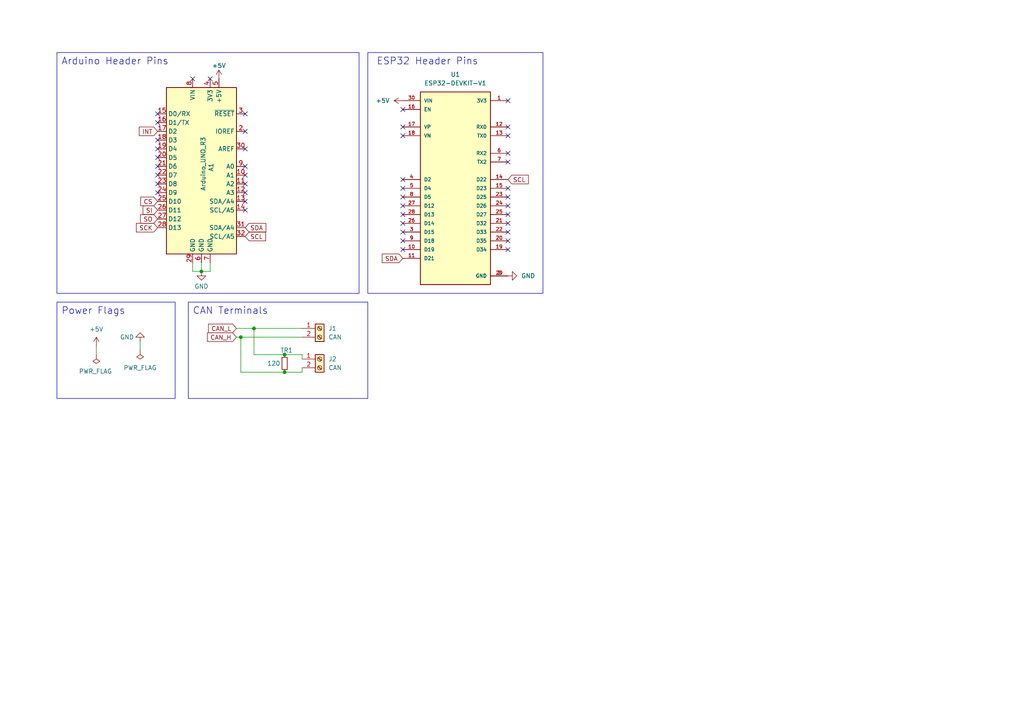
<source format=kicad_sch>
(kicad_sch (version 20231120) (generator "eeschema") (generator_version "8.0")
  (paper "A4")
  (lib_symbols
    (symbol "+5V_1" (power) (pin_numbers hide) (pin_names (offset 0) hide)
      (property "Value" "+5V" (at 0 3.556 0))
      (symbol "+5V_1_0_1"
        (polyline (pts (xy -0.762 1.27) (xy 0 2.54)))
        (polyline (pts (xy 0 0) (xy 0 2.54)))
        (polyline (pts (xy 0 2.54) (xy 0.762 1.27)))
      )
      (symbol "+5V_1_1_1"
        (pin power_in line (at 0 0 90) (length 0) (name "~") (number "1"))
      )
    )
    (symbol "Connector:Screw_Terminal_01x02" (pin_names (offset 1.016) hide)
      (property "Reference" "J" (at 0 2.54 0))
      (property "Value" "Screw_Terminal_01x02" (at 0 -5.08 0))
      (symbol "Screw_Terminal_01x02_1_1"
        (rectangle (start -1.27 1.27) (end 1.27 -3.81) (stroke (width 0.254)) (fill (type background)))
        (circle (center 0 -2.54) (radius 0.635) (stroke (width 0.1524)))
        (polyline (pts (xy -0.5334 -2.2098) (xy 0.3302 -3.048)) (stroke (width 0.1524)))
        (polyline (pts (xy -0.5334 0.3302) (xy 0.3302 -0.508)) (stroke (width 0.1524)))
        (polyline (pts (xy -0.3556 -2.032) (xy 0.508 -2.8702)) (stroke (width 0.1524)))
        (polyline (pts (xy -0.3556 0.508) (xy 0.508 -0.3302)) (stroke (width 0.1524)))
        (circle (center 0 0) (radius 0.635) (stroke (width 0.1524)))
        (pin passive line (at -5.08 0 0) (length 3.81) (name "Pin_1") (number "1"))
        (pin passive line (at -5.08 -2.54 0) (length 3.81) (name "Pin_2") (number "2"))
      )
    )
    (symbol "Device:R_Small" (pin_numbers hide) (pin_names (offset 0.254) hide)
      (property "Reference" "R" (at 0.762 0.508 0))
      (property "Value" "R_Small" (at 0.762 -1.016 0))
      (symbol "R_Small_0_1"
        (rectangle (start -0.762 1.778) (end 0.762 -1.778) (stroke (width 0.2032)))
      )
      (symbol "R_Small_1_1"
        (pin passive line (at 0 2.54 270) (length 0.762) (name "~") (number "1"))
        (pin passive line (at 0 -2.54 90) (length 0.762) (name "~") (number "2"))
      )
    )
    (symbol "GND_1" (power) (pin_numbers hide) (pin_names (offset 0) hide)
      (property "Value" "GND" (at 0 -3.81 0))
      (symbol "GND_1_0_1"
        (polyline (pts (xy 0 0) (xy 0 -1.27) (xy 1.27 -1.27) (xy 0 -2.54) (xy -1.27 -1.27) (xy 0 -1.27)))
      )
      (symbol "GND_1_1_1"
        (pin power_in line (at 0 0 270) (length 0) (name "~") (number "1"))
      )
    )
    (symbol "MCU_Module:Arduino_UNO_R3"
      (property "Reference" "A" (at -10.16 23.495 0))
      (property "Value" "Arduino_UNO_R3" (at 5.08 -26.67 0))
      (symbol "Arduino_UNO_R3_0_1"
        (rectangle (start -10.16 22.86) (end 10.16 -25.4) (stroke (width 0.254)) (fill (type background)))
      )
      (symbol "Arduino_UNO_R3_1_1"
        (pin no_connect line (at -10.16 -20.32 0) (length 2.54) hide (name "NC") (number "1"))
        (pin bidirectional line (at 12.7 -2.54 180) (length 2.54) (name "A1") (number "10"))
        (pin bidirectional line (at 12.7 -5.08 180) (length 2.54) (name "A2") (number "11"))
        (pin bidirectional line (at 12.7 -7.62 180) (length 2.54) (name "A3") (number "12"))
        (pin bidirectional line (at 12.7 -10.16 180) (length 2.54) (name "SDA/A4") (number "13"))
        (pin bidirectional line (at 12.7 -12.7 180) (length 2.54) (name "SCL/A5") (number "14"))
        (pin bidirectional line (at -12.7 15.24 0) (length 2.54) (name "D0/RX") (number "15"))
        (pin bidirectional line (at -12.7 12.7 0) (length 2.54) (name "D1/TX") (number "16"))
        (pin bidirectional line (at -12.7 10.16 0) (length 2.54) (name "D2") (number "17"))
        (pin bidirectional line (at -12.7 7.62 0) (length 2.54) (name "D3") (number "18"))
        (pin bidirectional line (at -12.7 5.08 0) (length 2.54) (name "D4") (number "19"))
        (pin output line (at 12.7 10.16 180) (length 2.54) (name "IOREF") (number "2"))
        (pin bidirectional line (at -12.7 2.54 0) (length 2.54) (name "D5") (number "20"))
        (pin bidirectional line (at -12.7 0 0) (length 2.54) (name "D6") (number "21"))
        (pin bidirectional line (at -12.7 -2.54 0) (length 2.54) (name "D7") (number "22"))
        (pin bidirectional line (at -12.7 -5.08 0) (length 2.54) (name "D8") (number "23"))
        (pin bidirectional line (at -12.7 -7.62 0) (length 2.54) (name "D9") (number "24"))
        (pin bidirectional line (at -12.7 -10.16 0) (length 2.54) (name "D10") (number "25"))
        (pin bidirectional line (at -12.7 -12.7 0) (length 2.54) (name "D11") (number "26"))
        (pin bidirectional line (at -12.7 -15.24 0) (length 2.54) (name "D12") (number "27"))
        (pin bidirectional line (at -12.7 -17.78 0) (length 2.54) (name "D13") (number "28"))
        (pin power_in line (at -2.54 -27.94 90) (length 2.54) (name "GND") (number "29"))
        (pin input line (at 12.7 15.24 180) (length 2.54) (name "~{RESET}") (number "3"))
        (pin input line (at 12.7 5.08 180) (length 2.54) (name "AREF") (number "30"))
        (pin bidirectional line (at 12.7 -17.78 180) (length 2.54) (name "SDA/A4") (number "31"))
        (pin bidirectional line (at 12.7 -20.32 180) (length 2.54) (name "SCL/A5") (number "32"))
        (pin power_out line (at 2.54 25.4 270) (length 2.54) (name "3V3") (number "4"))
        (pin power_out line (at 5.08 25.4 270) (length 2.54) (name "+5V") (number "5"))
        (pin power_in line (at 0 -27.94 90) (length 2.54) (name "GND") (number "6"))
        (pin power_in line (at 2.54 -27.94 90) (length 2.54) (name "GND") (number "7"))
        (pin power_in line (at -2.54 25.4 270) (length 2.54) (name "VIN") (number "8"))
        (pin bidirectional line (at 12.7 0 180) (length 2.54) (name "A0") (number "9"))
      )
    )
    (symbol "RF_Module:ESP32-DEVKIT-V1" (pin_names (offset 1.016))
      (property "Reference" "U" (at -10.16 30.48 0))
      (property "Value" "ESP32-DEVKIT-V1" (at -10.16 -30.48 0))
      (symbol "ESP32-DEVKIT-V1_0_0"
        (rectangle (start -10.16 -27.94) (end 10.16 27.94) (stroke (width 0.254)) (fill (type background)))
        (pin output line (at 15.24 25.4 180) (length 5.08) (name "3V3") (number "1"))
        (pin bidirectional line (at -15.24 -17.78 0) (length 5.08) (name "D19") (number "10"))
        (pin bidirectional line (at -15.24 -20.32 0) (length 5.08) (name "D21") (number "11"))
        (pin input line (at 15.24 17.78 180) (length 5.08) (name "RX0") (number "12"))
        (pin output line (at 15.24 15.24 180) (length 5.08) (name "TX0") (number "13"))
        (pin bidirectional line (at 15.24 2.54 180) (length 5.08) (name "D22") (number "14"))
        (pin bidirectional line (at 15.24 0 180) (length 5.08) (name "D23") (number "15"))
        (pin input line (at -15.24 22.86 0) (length 5.08) (name "EN") (number "16"))
        (pin bidirectional line (at -15.24 17.78 0) (length 5.08) (name "VP") (number "17"))
        (pin bidirectional line (at -15.24 15.24 0) (length 5.08) (name "VN") (number "18"))
        (pin bidirectional line (at 15.24 -17.78 180) (length 5.08) (name "D34") (number "19"))
        (pin power_in line (at 15.24 -25.4 180) (length 5.08) (name "GND") (number "2"))
        (pin bidirectional line (at 15.24 -15.24 180) (length 5.08) (name "D35") (number "20"))
        (pin bidirectional line (at 15.24 -10.16 180) (length 5.08) (name "D32") (number "21"))
        (pin bidirectional line (at 15.24 -12.7 180) (length 5.08) (name "D33") (number "22"))
        (pin bidirectional line (at 15.24 -2.54 180) (length 5.08) (name "D25") (number "23"))
        (pin bidirectional line (at 15.24 -5.08 180) (length 5.08) (name "D26") (number "24"))
        (pin bidirectional line (at 15.24 -7.62 180) (length 5.08) (name "D27") (number "25"))
        (pin bidirectional line (at -15.24 -10.16 0) (length 5.08) (name "D14") (number "26"))
        (pin bidirectional line (at -15.24 -5.08 0) (length 5.08) (name "D12") (number "27"))
        (pin bidirectional line (at -15.24 -7.62 0) (length 5.08) (name "D13") (number "28"))
        (pin power_in line (at 15.24 -25.4 180) (length 5.08) (name "GND") (number "29"))
        (pin bidirectional line (at -15.24 -12.7 0) (length 5.08) (name "D15") (number "3"))
        (pin input line (at -15.24 25.4 0) (length 5.08) (name "VIN") (number "30"))
        (pin bidirectional line (at -15.24 2.54 0) (length 5.08) (name "D2") (number "4"))
        (pin bidirectional line (at -15.24 0 0) (length 5.08) (name "D4") (number "5"))
        (pin input line (at 15.24 10.16 180) (length 5.08) (name "RX2") (number "6"))
        (pin output line (at 15.24 7.62 180) (length 5.08) (name "TX2") (number "7"))
        (pin bidirectional line (at -15.24 -2.54 0) (length 5.08) (name "D5") (number "8"))
        (pin bidirectional line (at -15.24 -15.24 0) (length 5.08) (name "D18") (number "9"))
      )
    )
    (symbol "power:+5V" (power) (pin_numbers hide) (pin_names (offset 0) hide)
      (property "Value" "+5V" (at 0 3.556 0))
      (symbol "+5V_0_1"
        (polyline (pts (xy -0.762 1.27) (xy 0 2.54)))
        (polyline (pts (xy 0 0) (xy 0 2.54)))
        (polyline (pts (xy 0 2.54) (xy 0.762 1.27)))
      )
      (symbol "+5V_1_1"
        (pin power_in line (at 0 0 90) (length 0) (name "~") (number "1"))
      )
    )
    (symbol "power:GND" (power) (pin_numbers hide) (pin_names (offset 0) hide)
      (property "Value" "GND" (at 0 -3.81 0))
      (symbol "GND_0_1"
        (polyline (pts (xy 0 0) (xy 0 -1.27) (xy 1.27 -1.27) (xy 0 -2.54) (xy -1.27 -1.27) (xy 0 -1.27)))
      )
      (symbol "GND_1_1"
        (pin power_in line (at 0 0 270) (length 0) (name "~") (number "1"))
      )
    )
    (symbol "power:PWR_FLAG" (power) (pin_numbers hide) (pin_names (offset 0) hide)
      (property "Value" "PWR_FLAG" (at 0 3.81 0))
      (symbol "PWR_FLAG_0_0"
        (pin power_out line (at 0 0 90) (length 0) (name "~") (number "1"))
      )
      (symbol "PWR_FLAG_0_1"
        (polyline (pts (xy 0 0) (xy 0 1.27) (xy -1.016 1.905) (xy 0 2.54) (xy 1.016 1.905) (xy 0 1.27)))
      )
    )
  )
  (junction (at 73.66 95.25))
  (junction (at 58.42 78.74))
  (junction (at 82.55 102.87))
  (junction (at 69.85 97.79))
  (junction (at 82.55 107.95))
  (no_connect (at 55.88 22.86))
  (no_connect (at 45.72 45.72))
  (no_connect (at 147.32 44.45))
  (no_connect (at 116.84 57.15))
  (no_connect (at 60.96 22.86))
  (no_connect (at 116.84 39.37))
  (no_connect (at 147.32 39.37))
  (no_connect (at 116.84 69.85))
  (no_connect (at 116.84 62.23))
  (no_connect (at 45.72 33.02))
  (no_connect (at 116.84 36.83))
  (no_connect (at 71.12 53.34))
  (no_connect (at 71.12 33.02))
  (no_connect (at 147.32 62.23))
  (no_connect (at 71.12 48.26))
  (no_connect (at 116.84 59.69))
  (no_connect (at 147.32 64.77))
  (no_connect (at 116.84 67.31))
  (no_connect (at 147.32 29.21))
  (no_connect (at 71.12 50.8))
  (no_connect (at 147.32 46.99))
  (no_connect (at 116.84 64.77))
  (no_connect (at 116.84 54.61))
  (no_connect (at 116.84 72.39))
  (no_connect (at 147.32 36.83))
  (no_connect (at 45.72 55.88))
  (no_connect (at 147.32 69.85))
  (no_connect (at 147.32 57.15))
  (no_connect (at 116.84 31.75))
  (no_connect (at 45.72 43.18))
  (no_connect (at 45.72 35.56))
  (no_connect (at 147.32 67.31))
  (no_connect (at 147.32 59.69))
  (no_connect (at 71.12 55.88))
  (no_connect (at 45.72 53.34))
  (no_connect (at 45.72 40.64))
  (no_connect (at 147.32 54.61))
  (no_connect (at 71.12 43.18))
  (no_connect (at 71.12 60.96))
  (no_connect (at 71.12 58.42))
  (no_connect (at 45.72 50.8))
  (no_connect (at 45.72 48.26))
  (no_connect (at 116.84 52.07))
  (no_connect (at 71.12 38.1))
  (no_connect (at 147.32 72.39))
  (wire (pts (xy 82.55 107.95) (xy 69.85 107.95)))
  (wire (pts (xy 68.58 95.25) (xy 73.66 95.25)))
  (wire (pts (xy 82.55 102.87) (xy 73.66 102.87)))
  (wire (pts (xy 68.58 97.79) (xy 69.85 97.79)))
  (wire (pts (xy 87.63 107.95) (xy 87.63 106.68)))
  (wire (pts (xy 69.85 107.95) (xy 69.85 97.79)))
  (wire (pts (xy 27.94 102.87) (xy 27.94 100.33)))
  (wire (pts (xy 87.63 102.87) (xy 87.63 104.14)))
  (wire (pts (xy 69.85 97.79) (xy 87.63 97.79)))
  (wire (pts (xy 73.66 95.25) (xy 87.63 95.25)))
  (wire (pts (xy 60.96 78.74) (xy 58.42 78.74)))
  (wire (pts (xy 55.88 76.2) (xy 55.88 78.74)))
  (wire (pts (xy 60.96 76.2) (xy 60.96 78.74)))
  (wire (pts (xy 40.64 99.06) (xy 40.64 101.6)))
  (wire (pts (xy 82.55 107.95) (xy 87.63 107.95)))
  (wire (pts (xy 58.42 76.2) (xy 58.42 78.74)))
  (wire (pts (xy 82.55 102.87) (xy 87.63 102.87)))
  (wire (pts (xy 73.66 102.87) (xy 73.66 95.25)))
  (wire (pts (xy 55.88 78.74) (xy 58.42 78.74)))
  (rectangle (start 54.61 87.63) (end 106.68 115.57))
  (rectangle (start 106.68 15.24) (end 157.48 85.09))
  (rectangle (start 16.51 15.24) (end 104.14 85.09))
  (rectangle (start 16.51 87.63) (end 50.8 115.57))
  (text "Power Flags" (at 17.78 91.44 0) (effects (font (size 2 2)) (justify left bottom)))
  (text "Arduino Header Pins" (at 17.78 19.05 0) (effects (font (size 2 2)) (justify left bottom)))
  (text "CAN Terminals" (at 55.88 91.44 0) (effects (font (size 2 2)) (justify left bottom)))
  (text "ESP32 Header Pins" (at 109.22 19.05 0) (effects (font (size 2 2)) (justify left bottom)))
  (global_label "SDA" (shape input) (at 116.84 74.93 180) (property "Intersheetrefs" "${INTERSHEET_REFS}" (effects (hide yes))))
  (global_label "SCL" (shape input) (at 71.12 68.58 0) (property "Intersheetrefs" "${INTERSHEET_REFS}" (effects (hide yes))))
  (global_label "SCL" (shape input) (at 147.32 52.07 0) (property "Intersheetrefs" "${INTERSHEET_REFS}" (effects (hide yes))))
  (global_label "SI" (shape input) (at 45.72 60.96 180) (property "Intersheetrefs" "${INTERSHEET_REFS}" (effects (hide yes))))
  (global_label "SCK" (shape input) (at 45.72 66.04 180) (property "Intersheetrefs" "${INTERSHEET_REFS}" (effects (hide yes))))
  (global_label "CAN_H" (shape input) (at 68.58 97.79 180) (property "Intersheetrefs" "${INTERSHEET_REFS}" (effects (hide yes))))
  (global_label "CS" (shape input) (at 45.72 58.42 180) (property "Intersheetrefs" "${INTERSHEET_REFS}" (effects (hide yes))))
  (global_label "SO" (shape input) (at 45.72 63.5 180) (property "Intersheetrefs" "${INTERSHEET_REFS}" (effects (hide yes))))
  (global_label "CAN_L" (shape input) (at 68.58 95.25 180) (property "Intersheetrefs" "${INTERSHEET_REFS}" (effects (hide yes))))
  (global_label "SDA" (shape input) (at 71.12 66.04 0) (property "Intersheetrefs" "${INTERSHEET_REFS}" (effects (hide yes))))
  (global_label "INT" (shape input) (at 45.72 38.1 180) (property "Intersheetrefs" "${INTERSHEET_REFS}" (effects (hide yes))))
  (symbol (lib_id "Connector:Screw_Terminal_01x02") (at 92.71 104.14 0) (unit 1)
    (property "Reference" "J2" (at 95.25 104.1399 0) (effects (justify left)))
    (property "Value" "CAN" (at 95.25 106.6799 0) (effects (justify left)))
    (property "Footprint" "TerminalBlock_Phoenix:TerminalBlock_Phoenix_MKDS-1,5-2_1x02_P5.00mm_Horizontal" (effects (hide yes)))
  )
  (symbol (lib_id "power:+5V") (at 63.5 22.86 0) (unit 1)
    (property "Reference" "#PWR04" (effects (hide yes)))
    (property "Value" "+5V" (at 63.5 19.05 0))
  )
  (symbol (lib_id "power:PWR_FLAG") (at 27.94 102.87 180) (unit 1)
    (property "Reference" "#FLG01" (effects (hide yes)))
    (property "Value" "PWR_FLAG" (at 32.512 107.696 0) (effects (justify left)))
    (property "Description" "Special symbol for telling ERC where power comes from" (effects (hide yes)))
  )
  (symbol (lib_name "+5V_1") (lib_id "power:+5V") (at 116.84 29.21 90) (unit 1)
    (property "Reference" "#PWR03" (effects (hide yes)))
    (property "Value" "+5V" (at 113.03 29.2099 90) (effects (justify left)))
    (property "Description" "Power symbol creates a global label with name \"+5V\"" (effects (hide yes)))
  )
  (symbol (lib_id "power:+5V") (at 27.94 100.33 0) (unit 1)
    (property "Reference" "#PWR05" (effects (hide yes)))
    (property "Value" "+5V" (at 27.94 95.504 0))
  )
  (symbol (lib_id "Device:R_Small") (at 82.55 105.41 180) (unit 1)
    (property "Reference" "TR1" (at 81.28 101.6 0) (effects (justify right)))
    (property "Value" "120" (at 77.47 105.41 0) (effects (justify right)))
    (property "Footprint" "Resistor_SMD:R_0805_2012Metric_Pad1.20x1.40mm_HandSolder" (effects (hide yes)))
  )
  (symbol (lib_id "power:PWR_FLAG") (at 40.64 101.6 180) (unit 1)
    (property "Reference" "#FLG02" (effects (hide yes)))
    (property "Value" "PWR_FLAG" (at 40.64 106.68 0))
    (property "Description" "Special symbol for telling ERC where power comes from" (effects (hide yes)))
  )
  (symbol (lib_name "GND_1") (lib_id "power:GND") (at 58.42 78.74 0) (unit 1)
    (property "Reference" "#PWR06" (effects (hide yes)))
    (property "Value" "GND" (at 58.42 83.058 0))
    (property "Description" "Power symbol creates a global label with name \"GND\" , ground" (effects (hide yes)))
  )
  (symbol (lib_id "power:GND") (at 40.64 99.06 180) (unit 1)
    (property "Reference" "#PWR08" (effects (hide yes)))
    (property "Value" "GND" (at 36.83 97.79 0))
  )
  (symbol (lib_name "GND_1") (lib_id "power:GND") (at 147.32 80.01 90) (unit 1)
    (property "Reference" "#PWR01" (effects (hide yes)))
    (property "Value" "GND" (at 151.13 80.0099 90) (effects (justify right)))
    (property "Description" "Power symbol creates a global label with name \"GND\" , ground" (effects (hide yes)))
  )
  (symbol (lib_id "MCU_Module:Arduino_UNO_R3") (at 58.42 48.26 0) (unit 1)
    (property "Reference" "A1" (at 61.214 49.784 90) (effects (justify left)))
    (property "Value" "Arduino_UNO_R3" (at 58.928 55.372 90) (effects (justify left)))
    (property "Footprint" "Module:Arduino_UNO_R3" (effects (hide yes)))
    (property "Datasheet" "https://www.arduino.cc/en/Main/arduinoBoardUno" (effects (hide yes)))
    (property "Description" "Arduino UNO Microcontroller Module, release 3" (effects (hide yes)))
  )
  (symbol (lib_id "RF_Module:ESP32-DEVKIT-V1") (at 132.08 54.61 0) (unit 1)
    (property "Reference" "U1" (at 132.08 21.59 0))
    (property "Value" "ESP32-DEVKIT-V1" (at 132.08 24.13 0))
    (property "Footprint" "RF_Module:ESP32_DEVKIT_V1_MODULE" (effects (hide yes)))
    (property "MF" "Do it" (effects (hide yes)))
    (property "MAXIMUM_PACKAGE_HEIGHT" "6.8 mm" (effects (hide yes)))
    (property "Package" "None" (effects (hide yes)))
    (property "Price" "None" (effects (hide yes)))
    (property "Check_prices" "https://www.snapeda.com/parts/ESP32-DEVKIT-V1/Do+it/view-part/?ref=eda" (effects (hide yes)))
    (property "STANDARD" "Manufacturer Recommendations" (effects (hide yes)))
    (property "PARTREV" "N/A" (effects (hide yes)))
    (property "SnapEDA_Link" "https://www.snapeda.com/parts/ESP32-DEVKIT-V1/Do+it/view-part/?ref=snap" (effects (hide yes)))
    (property "MP" "ESP32-DEVKIT-V1" (effects (hide yes)))
    (property "Description_1" "\nDual core, Wi-Fi: 2.4 GHz up to 150 Mbits/s,BLE (Bluetooth Low Energy) and legacy Bluetooth, 32 bits, Up to 240 MHz\n" (effects (hide yes)))
    (property "Availability" "Not in stock" (effects (hide yes)))
    (property "MANUFACTURER" "DOIT" (effects (hide yes)))
  )
  (symbol (lib_id "Connector:Screw_Terminal_01x02") (at 92.71 95.25 0) (unit 1)
    (property "Reference" "J1" (at 95.25 95.25 0) (effects (justify left)))
    (property "Value" "CAN" (at 95.25 97.79 0) (effects (justify left)))
    (property "Footprint" "TerminalBlock_Phoenix:TerminalBlock_Phoenix_MKDS-1,5-2_1x02_P5.00mm_Horizontal" (effects (hide yes)))
  )
)
</source>
